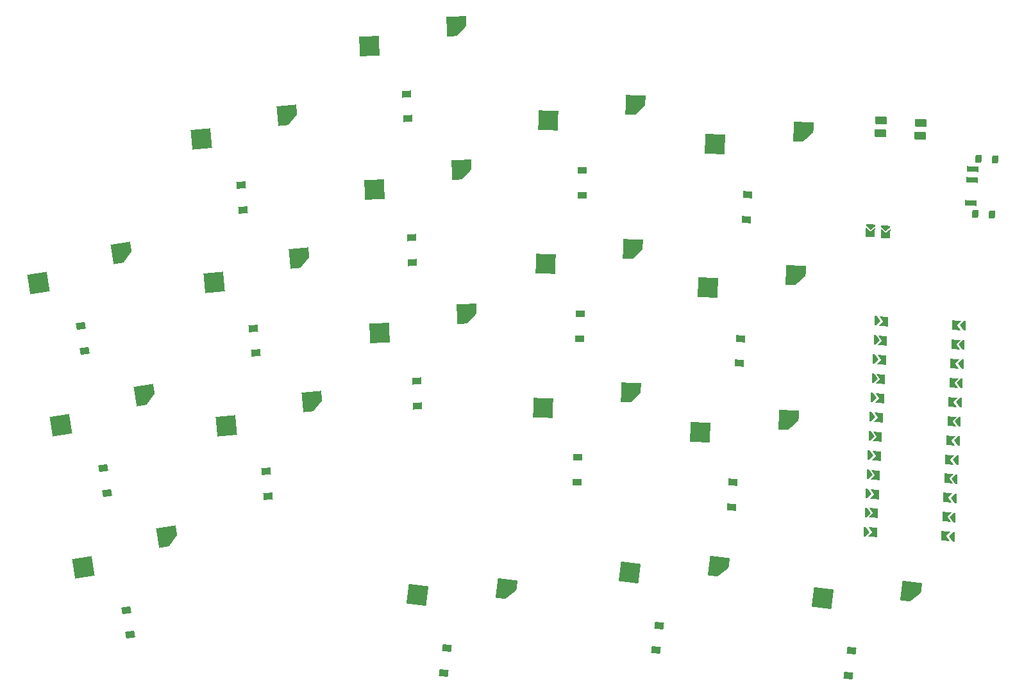
<source format=gbr>
%TF.GenerationSoftware,KiCad,Pcbnew,8.0.7*%
%TF.CreationDate,2025-02-03T11:28:03-05:00*%
%TF.ProjectId,thepcb,74686570-6362-42e6-9b69-6361645f7063,v1.0.0*%
%TF.SameCoordinates,Original*%
%TF.FileFunction,Paste,Top*%
%TF.FilePolarity,Positive*%
%FSLAX46Y46*%
G04 Gerber Fmt 4.6, Leading zero omitted, Abs format (unit mm)*
G04 Created by KiCad (PCBNEW 8.0.7) date 2025-02-03 11:28:03*
%MOMM*%
%LPD*%
G01*
G04 APERTURE LIST*
G04 Aperture macros list*
%AMRotRect*
0 Rectangle, with rotation*
0 The origin of the aperture is its center*
0 $1 length*
0 $2 width*
0 $3 Rotation angle, in degrees counterclockwise*
0 Add horizontal line*
21,1,$1,$2,0,0,$3*%
%AMOutline5P*
0 Free polygon, 5 corners , with rotation*
0 The origin of the aperture is its center*
0 number of corners: always 5*
0 $1 to $10 corner X, Y*
0 $11 Rotation angle, in degrees counterclockwise*
0 create outline with 5 corners*
4,1,5,$1,$2,$3,$4,$5,$6,$7,$8,$9,$10,$1,$2,$11*%
%AMOutline6P*
0 Free polygon, 6 corners , with rotation*
0 The origin of the aperture is its center*
0 number of corners: always 6*
0 $1 to $12 corner X, Y*
0 $13 Rotation angle, in degrees counterclockwise*
0 create outline with 6 corners*
4,1,6,$1,$2,$3,$4,$5,$6,$7,$8,$9,$10,$11,$12,$1,$2,$13*%
%AMOutline7P*
0 Free polygon, 7 corners , with rotation*
0 The origin of the aperture is its center*
0 number of corners: always 7*
0 $1 to $14 corner X, Y*
0 $15 Rotation angle, in degrees counterclockwise*
0 create outline with 7 corners*
4,1,7,$1,$2,$3,$4,$5,$6,$7,$8,$9,$10,$11,$12,$13,$14,$1,$2,$15*%
%AMOutline8P*
0 Free polygon, 8 corners , with rotation*
0 The origin of the aperture is its center*
0 number of corners: always 8*
0 $1 to $16 corner X, Y*
0 $17 Rotation angle, in degrees counterclockwise*
0 create outline with 8 corners*
4,1,8,$1,$2,$3,$4,$5,$6,$7,$8,$9,$10,$11,$12,$13,$14,$15,$16,$1,$2,$17*%
%AMFreePoly0*
4,1,6,0.250000,0.000000,-0.250000,-0.625000,-0.500000,-0.625000,-0.500000,0.625000,-0.250000,0.625000,0.250000,0.000000,0.250000,0.000000,$1*%
%AMFreePoly1*
4,1,6,0.500000,-0.625000,-0.650000,-0.625000,-0.150000,0.000000,-0.650000,0.625000,0.500000,0.625000,0.500000,-0.625000,0.500000,-0.625000,$1*%
%AMFreePoly2*
4,1,6,0.600000,-1.000000,0.000000,-0.400000,-0.600000,-1.000000,-0.600000,0.250000,0.600000,0.250000,0.600000,-1.000000,0.600000,-1.000000,$1*%
%AMFreePoly3*
4,1,6,0.600000,-0.199999,0.600000,-0.400000,-0.600000,-0.400000,-0.600000,-0.200000,0.000000,0.400000,0.600000,-0.199999,0.600000,-0.199999,$1*%
G04 Aperture macros list end*
%ADD10RotRect,0.900000X1.200000X89.000000*%
%ADD11Outline5P,-1.300000X1.300000X1.300000X1.300000X1.300000X0.000000X0.000000X-1.300000X-1.300000X-1.300000X2.000000*%
%ADD12RotRect,2.600000X2.600000X2.000000*%
%ADD13RotRect,0.900000X1.200000X92.000000*%
%ADD14Outline5P,-1.300000X1.300000X1.300000X1.300000X1.300000X0.000000X0.000000X-1.300000X-1.300000X-1.300000X359.000000*%
%ADD15RotRect,2.600000X2.600000X359.000000*%
%ADD16RotRect,0.900000X1.200000X87.000000*%
%ADD17RotRect,0.900000X1.200000X83.000000*%
%ADD18RotRect,0.900000X1.200000X99.000000*%
%ADD19Outline5P,-1.300000X1.300000X1.300000X1.300000X1.300000X0.000000X0.000000X-1.300000X-1.300000X-1.300000X9.000000*%
%ADD20RotRect,2.600000X2.600000X9.000000*%
%ADD21RotRect,1.000000X0.800000X87.000000*%
%ADD22RotRect,0.700000X1.500000X87.000000*%
%ADD23Outline5P,-1.300000X1.300000X1.300000X1.300000X1.300000X0.000000X0.000000X-1.300000X-1.300000X-1.300000X353.000000*%
%ADD24RotRect,2.600000X2.600000X353.000000*%
%ADD25RotRect,1.550000X1.000000X177.000000*%
%ADD26Outline5P,-1.300000X1.300000X1.300000X1.300000X1.300000X0.000000X0.000000X-1.300000X-1.300000X-1.300000X357.000000*%
%ADD27RotRect,2.600000X2.600000X357.000000*%
%ADD28Outline5P,-1.300000X1.300000X1.300000X1.300000X1.300000X0.000000X0.000000X-1.300000X-1.300000X-1.300000X5.000000*%
%ADD29RotRect,2.600000X2.600000X5.000000*%
%ADD30RotRect,0.900000X1.200000X95.000000*%
%ADD31FreePoly0,177.000000*%
%ADD32FreePoly0,357.000000*%
%ADD33FreePoly1,177.000000*%
%ADD34FreePoly1,357.000000*%
%ADD35FreePoly2,177.000000*%
%ADD36FreePoly3,177.000000*%
G04 APERTURE END LIST*
D10*
%TO.C,D10*%
X244603575Y-128766732D03*
X244661167Y-125467234D03*
%TD*%
D11*
%TO.C,S7*%
X230007570Y-106433182D03*
D12*
X218541385Y-109034931D03*
%TD*%
D13*
%TO.C,D8*%
X222892461Y-99677380D03*
X222777293Y-96379390D03*
%TD*%
D14*
%TO.C,S11*%
X252018552Y-97891438D03*
D15*
X240431916Y-99889527D03*
%TD*%
D16*
%TO.C,D15*%
X266993066Y-94057595D03*
X267165774Y-90762117D03*
%TD*%
D17*
%TO.C,D17*%
X255041150Y-150950955D03*
X255443318Y-147675553D03*
%TD*%
D18*
%TO.C,D3*%
X179619707Y-111371798D03*
X179103473Y-108112426D03*
%TD*%
D11*
%TO.C,S9*%
X228681389Y-68456330D03*
D12*
X217215204Y-71058079D03*
%TD*%
D13*
%TO.C,D7*%
X223555551Y-118665806D03*
X223440383Y-115367816D03*
%TD*%
D19*
%TO.C,S2*%
X187505105Y-117210130D03*
D20*
X176441461Y-121189862D03*
%TD*%
D21*
%TO.C,PWR1*%
X297574453Y-85946986D03*
X297192401Y-93236981D03*
X299781424Y-86062648D03*
X299399372Y-93352644D03*
D22*
X296616562Y-91804882D03*
X296773570Y-88808993D03*
X296852074Y-87311049D03*
%TD*%
D18*
%TO.C,D2*%
X182591962Y-130137877D03*
X182075728Y-126878505D03*
%TD*%
D23*
%TO.C,S18*%
X288736777Y-143248758D03*
D24*
X277004757Y-144024769D03*
%TD*%
D13*
%TO.C,D9*%
X222229370Y-80688954D03*
X222114202Y-77390964D03*
%TD*%
D25*
%TO.C,RST1*%
X290022267Y-81205236D03*
X289933296Y-82902906D03*
X284779462Y-80930472D03*
X284690491Y-82628142D03*
%TD*%
D26*
%TO.C,S13*%
X272541024Y-120542801D03*
D27*
X260891713Y-122135305D03*
%TD*%
D28*
%TO.C,S5*%
X207985013Y-99119148D03*
D29*
X196670707Y-102317426D03*
%TD*%
D17*
%TO.C,D16*%
X226993954Y-153936727D03*
X227396122Y-150661325D03*
%TD*%
%TO.C,D18*%
X280450591Y-154321461D03*
X280852759Y-151046059D03*
%TD*%
D19*
%TO.C,S3*%
X184532850Y-98400000D03*
D20*
X173469206Y-102379732D03*
%TD*%
D23*
%TO.C,S16*%
X235280141Y-142864024D03*
D24*
X223548121Y-143640035D03*
%TD*%
D16*
%TO.C,D13*%
X265004299Y-132005517D03*
X265177007Y-128710039D03*
%TD*%
D30*
%TO.C,D4*%
X203838003Y-130600379D03*
X203550389Y-127312937D03*
%TD*%
D16*
%TO.C,D14*%
X265998683Y-113031556D03*
X266171391Y-109736078D03*
%TD*%
D30*
%TO.C,D5*%
X202182043Y-111672680D03*
X201894429Y-108385238D03*
%TD*%
D28*
%TO.C,S6*%
X206329054Y-80191449D03*
D29*
X195014748Y-83389727D03*
%TD*%
D10*
%TO.C,D12*%
X245266767Y-90772519D03*
X245324359Y-87473021D03*
%TD*%
D11*
%TO.C,S8*%
X229344479Y-87444756D03*
D12*
X217878294Y-90046505D03*
%TD*%
D10*
%TO.C,D11*%
X244935171Y-109769625D03*
X244992763Y-106470127D03*
%TD*%
D19*
%TO.C,S1*%
X190477360Y-135976208D03*
D20*
X179413716Y-139955940D03*
%TD*%
D28*
%TO.C,S4*%
X209640972Y-118046847D03*
D29*
X198326666Y-121245125D03*
%TD*%
D14*
%TO.C,S10*%
X251686957Y-116888544D03*
D15*
X240100321Y-118886633D03*
%TD*%
D30*
%TO.C,D6*%
X200526084Y-92744981D03*
X200238470Y-89457539D03*
%TD*%
D18*
%TO.C,D1*%
X185564216Y-148903955D03*
X185047982Y-145644583D03*
%TD*%
D14*
%TO.C,S12*%
X252350148Y-78894332D03*
D15*
X240763512Y-80892421D03*
%TD*%
D26*
%TO.C,S15*%
X274486675Y-82433850D03*
D27*
X262837364Y-84026354D03*
%TD*%
D26*
%TO.C,S14*%
X273492292Y-101407812D03*
D27*
X261842981Y-103000316D03*
%TD*%
D23*
%TO.C,S17*%
X263327336Y-139878253D03*
D24*
X251595316Y-140654264D03*
%TD*%
D31*
%TO.C,MCU1*%
X295411588Y-108014032D03*
X295278655Y-110550551D03*
X295145721Y-113087070D03*
X295012788Y-115623589D03*
X294879855Y-118160108D03*
X294746921Y-120696627D03*
X294613988Y-123233146D03*
X294481055Y-125769665D03*
X294348121Y-128306184D03*
X294215188Y-130842703D03*
X294082255Y-133379222D03*
X293949321Y-135915741D03*
D32*
X282964397Y-135340045D03*
X283097330Y-132803526D03*
X283230263Y-130267007D03*
X283363197Y-127730488D03*
X283496130Y-125193969D03*
X283629063Y-122657450D03*
X283761997Y-120120931D03*
X283894930Y-117584412D03*
X284027863Y-115047893D03*
X284160797Y-112511374D03*
X284293730Y-109974855D03*
X284426663Y-107438336D03*
D33*
X294687582Y-107976088D03*
X294554648Y-110512607D03*
X294421715Y-113049126D03*
X294288782Y-115585645D03*
X294155848Y-118122164D03*
X294022915Y-120658683D03*
X293889982Y-123195202D03*
X293757048Y-125731721D03*
X293624115Y-128268240D03*
X293491182Y-130804759D03*
X293358248Y-133341278D03*
X293225315Y-135877797D03*
D34*
X283688403Y-135377989D03*
X283821336Y-132841470D03*
X283954270Y-130304951D03*
X284087203Y-127768432D03*
X284220136Y-125231913D03*
X284353070Y-122695394D03*
X284486003Y-120158875D03*
X284618936Y-117622356D03*
X284751870Y-115085837D03*
X284884803Y-112549318D03*
X285017736Y-110012799D03*
X285150670Y-107476280D03*
%TD*%
D35*
%TO.C,JST1*%
X283309566Y-96080307D03*
X285306825Y-96184979D03*
D36*
X283362740Y-95065699D03*
X285359999Y-95170371D03*
%TD*%
M02*

</source>
